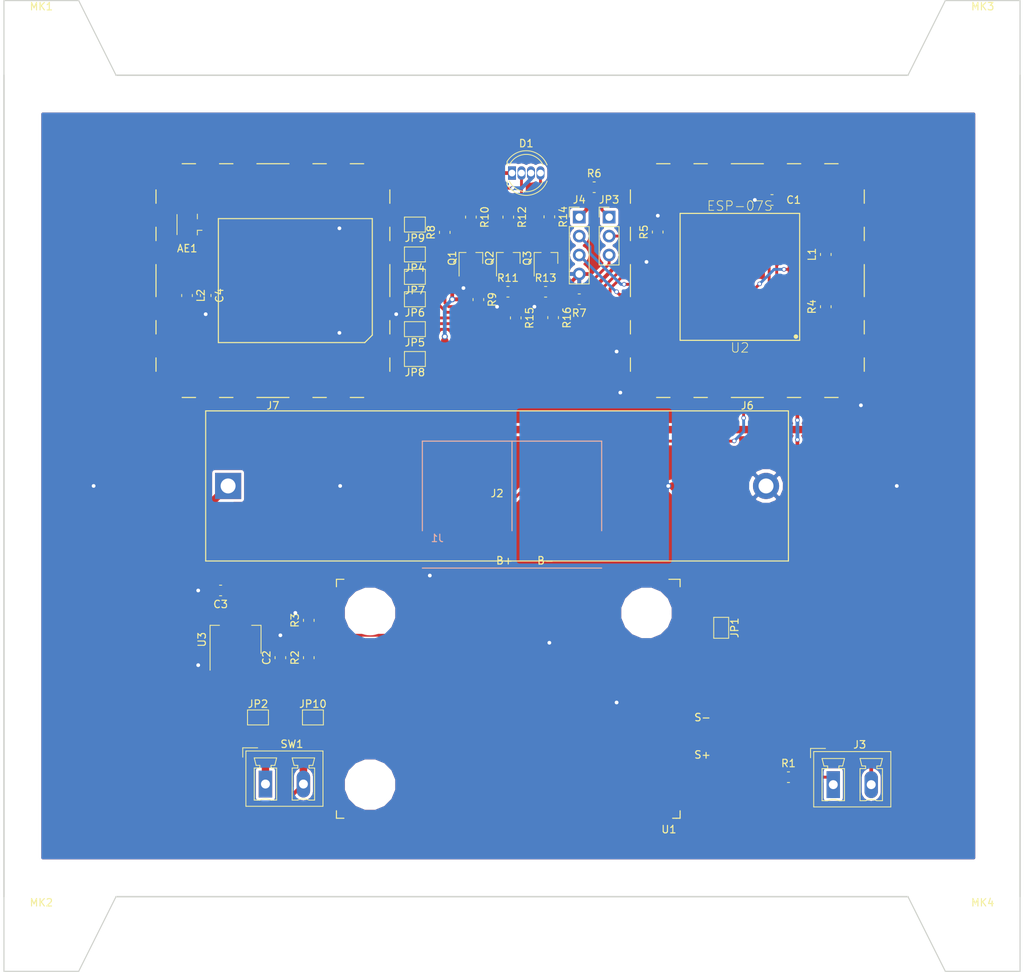
<source format=kicad_pcb>
(kicad_pcb (version 20171130) (host pcbnew "(5.0.0)")
  (layers (0 F.Cu signal) (31 B.Cu signal) (35 F.Paste user) (37 F.SilkS user) (39 F.Mask user) (44 Edge.Cuts user))
  (net 0 "")
  (net 1 "Net-(R2-Pad2)")
  (net 2 "Net-(R4-Pad2)")
  (net 3 GND)
  (net 4 +3V3)
  (net 5 "Net-(U4-Pad7)")
  (net 6 "Net-(JP9-Pad2)")
  (net 7 "Net-(U4-Pad11)")
  (net 8 "Net-(JP4-Pad2)")
  (net 9 "Net-(U4-Pad12)")
  (net 10 "Net-(JP7-Pad2)")
  (net 11 "Net-(JP6-Pad2)")
  (net 12 "Net-(JP8-Pad2)")
  (net 13 "Net-(JP5-Pad2)")
  (net 14 "Net-(U4-Pad15)")
  (net 15 "Net-(U4-Pad16)")
  (net 16 +BATT)
  (net 17 /RED)
  (net 18 "Net-(Q2-Pad3)")
  (net 19 "Net-(Q2-Pad2)")
  (net 20 /GREEN)
  (net 21 "Net-(Q1-Pad3)")
  (net 22 "Net-(Q3-Pad2)")
  (net 23 "Net-(Q1-Pad2)")
  (net 24 "Net-(Q3-Pad3)")
  (net 25 /BLUE)
  (net 26 "Net-(JP9-Pad1)")
  (net 27 "Net-(JP3-Pad1)")
  (net 28 "Net-(J3-Pad1)")
  (net 29 "Net-(R5-Pad1)")
  (net 30 "Net-(JP3-Pad3)")
  (net 31 "Net-(JP4-Pad1)")
  (net 32 /SPI_MOSI)
  (net 33 /SPI_CLK)
  (net 34 "Net-(JP8-Pad1)")
  (net 35 /SPI_MISO)
  (net 36 "Net-(J3-Pad2)")
  (net 37 "Net-(JP3-Pad2)")
  (net 38 "Net-(J4-Pad2)")
  (net 39 "Net-(J4-Pad3)")
  (net 40 "Net-(R16-Pad2)")
  (net 41 "Net-(R15-Pad2)")
  (net 42 "Net-(AE1-Pad1)")
  (net 43 "Net-(AE1-Pad2)")
  (net 44 /SOLAR_CONN)
  (net 45 /BATT_TP)
  (net 46 /SOLAR_TP)
  (net 47 /LIPO_CONN)
  (net 48 /LIPO_TP)
  (net 49 /3V3_RFM)
  (net 50 /3V3_ESP)
  (module disaster_radio:BatteryHolder_MPD_BH-18650-PC2 (layer F.Cu) (at 130 155)
    (fp_text reference J2 (at 36 1) (layer F.SilkS))
    (fp_text value "LiPo 18650")
    (pad 2 thru_hole circle (at 72 0) (size 3.5 3.5) (drill 2) (layers *.Cu *.Mask) (net 3 GND))
    (pad 1 thru_hole rect (at 0 0) (size 3.5 3.5) (drill 2) (layers *.Cu *.Mask) (net 47 /LIPO_CONN))
  )
  (module disaster_radio:CN3791_module (layer F.Cu) (at 190 168 180)
    (fp_text reference U1 (at 1 -33 180) (layer F.SilkS))
    (fp_text value CN3791_module)
    (fp_text user S+ (at -3.5 -23 180) (layer F.SilkS))
    (fp_text user S- (at -3.5 -18 180) (layer F.SilkS))
    (fp_text user B- (at 17.5 3 180) (layer F.SilkS))
    (fp_text user B+ (at 23 3 180) (layer F.SilkS))
    (pad "" np_thru_hole circle (at 4 -4 180) (size 6 6) (drill 6) (layers *.Cu *.Mask))
    (pad "" np_thru_hole circle (at 41 -4 180) (size 6 6) (drill 6) (layers *.Cu *.Mask))
    (pad "" np_thru_hole circle (at 41 -27 180) (size 6 6) (drill 6) (layers *.Cu *.Mask))
    (pad 1 smd rect (at 2 -25 270) (size 8 8) (layers F.Cu F.Paste F.Mask) (net 46 /SOLAR_TP))
    (pad 2 smd rect (at 2 -16 270) (size 8 8) (layers F.Cu F.Paste F.Mask) (net 3 GND))
    (pad 4 smd rect (at 17 -2) (size 4 8) (layers F.Cu F.Paste F.Mask) (net 3 GND))
    (pad 3 smd rect (at 23 -2 180) (size 4 8) (layers F.Cu F.Paste F.Mask) (net 45 /BATT_TP))
  )
  (module Jumper:SolderJumper-2_P1.3mm_Bridged_Pad1.0x1.5mm (layer F.Cu) (at 134 186)
    (fp_text reference JP2 (at 0 -1.8) (layer F.SilkS))
    (fp_text value LiPo_TP)
    (pad 1 smd rect (at 0 0) (size 0.5 0.6) (layers F.Cu F.Mask) (net 47 /LIPO_CONN))
    (pad 2 smd rect (at 0.65 0) (size 1 1.5) (layers F.Cu F.Mask) (net 48 /LIPO_TP))
    (pad 1 smd rect (at -0.65 0) (size 1 1.5) (layers F.Cu F.Mask) (net 47 /LIPO_CONN))
  )
  (module disaster_radio:solar_panel_conn (layer B.Cu) (at 168 155)
    (fp_text reference J1 (at -10 7) (layer B.SilkS) (effects (justify mirror)))
    (fp_text value "Solar Panel")
    (pad 1 smd rect (at -11 0) (size 20 20) (layers B.Cu B.Paste B.Mask) (net 3 GND))
    (pad 2 smd rect (at 11 0) (size 20 20) (layers B.Cu B.Paste B.Mask) (net 44 /SOLAR_CONN))
  )
  (module Connector_Coaxial:U.FL_Hirose_U.FL-R-SMT-1_Vertical (layer F.Cu) (at 125 120 180)
    (fp_text reference AE1 (at 0.475 -3.2 180) (layer F.SilkS))
    (fp_text value RFM95_Antenna)
    (pad 2 smd rect (at 0.475 1.475 180) (size 2.2 1.05) (layers F.Cu F.Paste F.Mask) (net 43 "Net-(AE1-Pad2)"))
    (pad 1 smd rect (at -1.05 0 180) (size 1.05 1) (layers F.Cu F.Paste F.Mask) (net 42 "Net-(AE1-Pad1)"))
    (pad 2 smd rect (at 0.475 -1.475 180) (size 2.2 1.05) (layers F.Cu F.Paste F.Mask) (net 43 "Net-(AE1-Pad2)"))
  )
  (module LED_THT:LED_D5.0mm-4 (layer F.Cu) (at 168 113.0985)
    (fp_text reference D1 (at 1.905 -3.96) (layer F.SilkS))
    (fp_text value LED_ARGB)
    (pad 1 thru_hole rect (at 0 0) (size 1.07 1.8) (drill 0.9) (layers *.Cu *.Mask) (net 16 +BATT))
    (pad 2 thru_hole oval (at 1.27 0) (size 1.07 1.8) (drill 0.9) (layers *.Cu *.Mask) (net 17 /RED))
    (pad 3 thru_hole oval (at 2.54 0) (size 1.07 1.8) (drill 0.9) (layers *.Cu *.Mask) (net 20 /GREEN))
    (pad 4 thru_hole oval (at 3.81 0) (size 1.07 1.8) (drill 0.9) (layers *.Cu *.Mask) (net 25 /BLUE))
  )
  (module MountingHole:MountingHole_3.2mm_M3 (layer F.Cu) (at 105 215)
    (fp_text reference MK2 (at 0 -4.2) (layer F.SilkS))
    (fp_text value Mounting_Hole)
    (pad 1 np_thru_hole circle (at 0 0) (size 3.2 3.2) (drill 3.2) (layers *.Cu *.Mask))
  )
  (module MountingHole:MountingHole_3.2mm_M3 (layer F.Cu) (at 231 95)
    (fp_text reference MK3 (at 0 -4.2) (layer F.SilkS))
    (fp_text value Mounting_Hole)
    (pad 1 np_thru_hole circle (at 0 0) (size 3.2 3.2) (drill 3.2) (layers *.Cu *.Mask))
  )
  (module MountingHole:MountingHole_3.2mm_M3 (layer F.Cu) (at 231 215)
    (fp_text reference MK4 (at 0 -4.2) (layer F.SilkS))
    (fp_text value Mounting_Hole)
    (pad 1 np_thru_hole circle (at 0 0) (size 3.2 3.2) (drill 3.2) (layers *.Cu *.Mask))
  )
  (module MountingHole:MountingHole_3.2mm_M3 (layer F.Cu) (at 105 95)
    (fp_text reference MK1 (at 0 -4.2) (layer F.SilkS))
    (fp_text value Mounting_Hole)
    (pad 1 np_thru_hole circle (at 0 0) (size 3.2 3.2) (drill 3.2) (layers *.Cu *.Mask))
  )
  (module Resistor_SMD:R_0805_2012Metric_Pad1.15x1.50mm_HandSolder (layer F.Cu) (at 168.5 132.5 270)
    (fp_text reference R15 (at 0 -1.85 270) (layer F.SilkS))
    (fp_text value 10K)
    (pad 2 smd rect (at 1.0425 0 270) (size 1.145 1.5) (layers F.Cu F.Paste F.Mask) (net 41 "Net-(R15-Pad2)"))
    (pad 1 smd rect (at -1.0425 0 270) (size 1.145 1.5) (layers F.Cu F.Paste F.Mask) (net 19 "Net-(Q2-Pad2)"))
  )
  (module Resistor_SMD:R_0805_2012Metric_Pad1.15x1.50mm_HandSolder (layer F.Cu) (at 173.5 132.4575 270)
    (fp_text reference R16 (at 0 -1.85 270) (layer F.SilkS))
    (fp_text value 10K)
    (pad 1 smd rect (at -1.0425 0 270) (size 1.145 1.5) (layers F.Cu F.Paste F.Mask) (net 22 "Net-(Q3-Pad2)"))
    (pad 2 smd rect (at 1.0425 0 270) (size 1.145 1.5) (layers F.Cu F.Paste F.Mask) (net 40 "Net-(R16-Pad2)"))
  )
  (module Jumper:SolderJumper-2_P1.3mm_Bridged_Pad1.0x1.5mm (layer F.Cu) (at 141.35 186)
    (fp_text reference JP10 (at 0 -1.8) (layer F.SilkS))
    (fp_text value MPPT_TP)
    (pad 1 smd rect (at 0 0) (size 0.5 0.6) (layers F.Cu F.Mask) (net 16 +BATT))
    (pad 2 smd rect (at 0.65 0) (size 1 1.5) (layers F.Cu F.Mask) (net 45 /BATT_TP))
    (pad 1 smd rect (at -0.65 0) (size 1 1.5) (layers F.Cu F.Mask) (net 16 +BATT))
  )
  (module Package_TO_SOT_SMD:SOT-23_Handsoldering (layer F.Cu) (at 162.5 124.5 90)
    (fp_text reference Q1 (at 0 -2.5 90) (layer F.SilkS))
    (fp_text value 2N3904)
    (pad 1 smd rect (at -1.5 -0.95 90) (size 1.9 0.8) (layers F.Cu F.Paste F.Mask) (net 3 GND))
    (pad 2 smd rect (at -1.5 0.95 90) (size 1.9 0.8) (layers F.Cu F.Paste F.Mask) (net 23 "Net-(Q1-Pad2)"))
    (pad 3 smd rect (at 1.5 0 90) (size 1.9 0.8) (layers F.Cu F.Paste F.Mask) (net 21 "Net-(Q1-Pad3)"))
  )
  (module Package_TO_SOT_SMD:SOT-23_Handsoldering (layer F.Cu) (at 167.5 124.5 90)
    (fp_text reference Q2 (at 0 -2.5 90) (layer F.SilkS))
    (fp_text value 2N3904)
    (pad 3 smd rect (at 1.5 0 90) (size 1.9 0.8) (layers F.Cu F.Paste F.Mask) (net 18 "Net-(Q2-Pad3)"))
    (pad 2 smd rect (at -1.5 0.95 90) (size 1.9 0.8) (layers F.Cu F.Paste F.Mask) (net 19 "Net-(Q2-Pad2)"))
    (pad 1 smd rect (at -1.5 -0.95 90) (size 1.9 0.8) (layers F.Cu F.Paste F.Mask) (net 3 GND))
  )
  (module Package_TO_SOT_SMD:SOT-23_Handsoldering (layer F.Cu) (at 172.55 124.5 90)
    (fp_text reference Q3 (at 0 -2.5 90) (layer F.SilkS))
    (fp_text value 2N3904)
    (pad 1 smd rect (at -1.5 -0.95 90) (size 1.9 0.8) (layers F.Cu F.Paste F.Mask) (net 3 GND))
    (pad 2 smd rect (at -1.5 0.95 90) (size 1.9 0.8) (layers F.Cu F.Paste F.Mask) (net 22 "Net-(Q3-Pad2)"))
    (pad 3 smd rect (at 1.5 0 90) (size 1.9 0.8) (layers F.Cu F.Paste F.Mask) (net 24 "Net-(Q3-Pad3)"))
  )
  (module Package_TO_SOT_SMD:SOT-223-3_TabPin2 (layer F.Cu) (at 131 175.576931 90)
    (fp_text reference U3 (at 0 -4.5 90) (layer F.SilkS))
    (fp_text value LM1117-3.3)
    (pad 2 smd rect (at 3.15 0 90) (size 2 3.8) (layers F.Cu F.Paste F.Mask) (net 4 +3V3))
    (pad 2 smd rect (at -3.15 0 90) (size 2 1.5) (layers F.Cu F.Paste F.Mask) (net 4 +3V3))
    (pad 3 smd rect (at -3.15 2.3 90) (size 2 1.5) (layers F.Cu F.Paste F.Mask) (net 16 +BATT))
    (pad 1 smd rect (at -3.15 -2.3 90) (size 2 1.5) (layers F.Cu F.Paste F.Mask) (net 3 GND))
  )
  (module RF_Shielding:Wuerth_36103305_30x30mm (layer F.Cu) (at 199.5 127.5 180)
    (fp_text reference J6 (at 0 -16.75 180) (layer F.SilkS))
    (fp_text value RF_Shield_ESP-07S)
    (pad 1 smd rect (at -15.25 -15.25 180) (size 1 1) (layers F.Cu F.Mask) (net 3 GND))
    (pad 1 smd rect (at 15.25 -15.25 180) (size 1 1) (layers F.Cu F.Mask) (net 3 GND))
    (pad 1 smd rect (at 15.25 15.25 180) (size 1 1) (layers F.Cu F.Mask) (net 3 GND))
    (pad 1 smd rect (at -15.25 15.25 180) (size 1 1) (layers F.Cu F.Mask) (net 3 GND))
    (pad 1 smd rect (at -13.6 -15.25 180) (size 2.3 1) (layers F.Cu F.Mask) (net 3 GND))
    (pad 1 smd rect (at -13.6 15.25 180) (size 2.3 1) (layers F.Cu F.Mask) (net 3 GND))
    (pad 1 smd rect (at -8.75 -15.25 180) (size 2.6 1) (layers F.Cu F.Mask) (net 3 GND))
    (pad 1 smd rect (at -8.75 15.25 180) (size 2.6 1) (layers F.Cu F.Mask) (net 3 GND))
    (pad 1 smd rect (at -3.75 -15.25 180) (size 2.6 1) (layers F.Cu F.Mask) (net 3 GND))
    (pad 1 smd rect (at -3.75 15.25 180) (size 2.6 1) (layers F.Cu F.Mask) (net 3 GND))
    (pad 1 smd rect (at 3.75 -15.25 180) (size 2.6 1) (layers F.Cu F.Mask) (net 3 GND))
    (pad 1 smd rect (at 3.75 15.25 180) (size 2.6 1) (layers F.Cu F.Mask) (net 3 GND))
    (pad 1 smd rect (at 8.75 -15.25 180) (size 2.6 1) (layers F.Cu F.Mask) (net 3 GND))
    (pad 1 smd rect (at 8.75 15.25 180) (size 2.6 1) (layers F.Cu F.Mask) (net 3 GND))
    (pad 1 smd rect (at 13.6 -15.25 180) (size 2.3 1) (layers F.Cu F.Mask) (net 3 GND))
    (pad 1 smd rect (at 13.6 15.25 180) (size 2.3 1) (layers F.Cu F.Mask) (net 3 GND))
    (pad 1 smd rect (at -15.25 -13.6 180) (size 1 2.3) (layers F.Cu F.Mask) (net 3 GND))
    (pad 1 smd rect (at 15.25 -13.6 180) (size 1 2.3) (layers F.Cu F.Mask) (net 3 GND))
    (pad 1 smd rect (at -15.25 -8.75 180) (size 1 2.6) (layers F.Cu F.Mask) (net 3 GND))
    (pad 1 smd rect (at 15.25 -8.75 180) (size 1 2.6) (layers F.Cu F.Mask) (net 3 GND))
    (pad 1 smd rect (at -15.25 -3.75 180) (size 1 2.6) (layers F.Cu F.Mask) (net 3 GND))
    (pad 1 smd rect (at 15.25 -3.75 180) (size 1 2.6) (layers F.Cu F.Mask) (net 3 GND))
    (pad 1 smd rect (at -15.25 3.75 180) (size 1 2.6) (layers F.Cu F.Mask) (net 3 GND))
    (pad 1 smd rect (at 15.25 3.75 180) (size 1 2.6) (layers F.Cu F.Mask) (net 3 GND))
    (pad 1 smd rect (at -15.25 8.75 180) (size 1 2.6) (layers F.Cu F.Mask) (net 3 GND))
    (pad 1 smd rect (at 15.25 8.75 180) (size 1 2.6) (layers F.Cu F.Mask) (net 3 GND))
    (pad 1 smd rect (at -15.25 13.6 180) (size 1 2.3) (layers F.Cu F.Mask) (net 3 GND))
    (pad 1 smd rect (at 15.25 13.6 180) (size 1 2.3) (layers F.Cu F.Mask) (net 3 GND))
  )
  (module ESP8266:ESP-07S (layer F.Cu) (at 198.5 127 180)
    (fp_text reference U2 (at 0 -9.5 180) (layer F.SilkS) (effects (font (size 1.27 1.27) (thickness 0.1016))))
    (fp_text value ESP-07S (at 0 9.5 180) (layer F.SilkS) (effects (font (size 1.27 1.27) (thickness 0.1016))))
    (pad 16 smd rect (at 7.7 -7 180) (size 2.6 1.1) (layers F.Cu F.Paste F.Mask) (net 39 "Net-(J4-Pad3)"))
    (pad 15 smd rect (at 7.7 -5 180) (size 2.6 1.1) (layers F.Cu F.Paste F.Mask) (net 38 "Net-(J4-Pad2)"))
    (pad 14 smd rect (at 7.7 -3 180) (size 2.6 1.1) (layers F.Cu F.Paste F.Mask) (net 41 "Net-(R15-Pad2)"))
    (pad 13 smd rect (at 7.7 -1 180) (size 2.6 1.1) (layers F.Cu F.Paste F.Mask) (net 40 "Net-(R16-Pad2)"))
    (pad 12 smd rect (at 7.7 1 180) (size 2.6 1.1) (layers F.Cu F.Paste F.Mask) (net 37 "Net-(JP3-Pad2)"))
    (pad 11 smd rect (at 7.7 3 180) (size 2.6 1.1) (layers F.Cu F.Paste F.Mask) (net 31 "Net-(JP4-Pad1)"))
    (pad 10 smd rect (at 7.7 5 180) (size 2.6 1.1) (layers F.Cu F.Paste F.Mask) (net 29 "Net-(R5-Pad1)"))
    (pad 9 smd rect (at 7.7 7 180) (size 2.6 1.1) (layers F.Cu F.Paste F.Mask) (net 3 GND))
    (pad 8 smd rect (at -7.7 7 180) (size 2.6 1.1) (layers F.Cu F.Paste F.Mask) (net 50 /3V3_ESP))
    (pad 7 smd rect (at -7.7 5 180) (size 2.6 1.1) (layers F.Cu F.Paste F.Mask) (net 32 /SPI_MOSI))
    (pad 6 smd rect (at -7.7 3 180) (size 2.6 1.1) (layers F.Cu F.Paste F.Mask) (net 35 /SPI_MISO))
    (pad 5 smd rect (at -7.7 1 180) (size 2.6 1.1) (layers F.Cu F.Paste F.Mask) (net 33 /SPI_CLK))
    (pad 4 smd rect (at -7.7 -1 180) (size 2.6 1.1) (layers F.Cu F.Paste F.Mask) (net 34 "Net-(JP8-Pad1)"))
    (pad 3 smd rect (at -7.7 -3 180) (size 2.6 1.1) (layers F.Cu F.Paste F.Mask) (net 2 "Net-(R4-Pad2)"))
    (pad 2 smd rect (at -7.7 -5 180) (size 2.6 1.1) (layers F.Cu F.Paste F.Mask) (net 1 "Net-(R2-Pad2)"))
    (pad 1 smd rect (at -7.7 -7 180) (size 2.6 1.1) (layers F.Cu F.Paste F.Mask) (net 36 "Net-(J3-Pad2)"))
  )
  (module Capacitor_SMD:C_0805_2012Metric_Pad1.15x1.50mm_HandSolder (layer F.Cu) (at 202.8 116.7 180)
    (fp_text reference C1 (at -2.9 0 180) (layer F.SilkS))
    (fp_text value 0.1uF)
    (pad 2 smd rect (at 1.0425 0 180) (size 1.145 1.5) (layers F.Cu F.Paste F.Mask) (net 3 GND))
    (pad 1 smd rect (at -1.0425 0 180) (size 1.145 1.5) (layers F.Cu F.Paste F.Mask) (net 50 /3V3_ESP))
  )
  (module Capacitor_SMD:C_0805_2012Metric_Pad1.15x1.50mm_HandSolder (layer F.Cu) (at 137 178 90)
    (fp_text reference C2 (at 0 -1.85 90) (layer F.SilkS))
    (fp_text value 10uF)
    (pad 1 smd rect (at -1.0425 0 90) (size 1.145 1.5) (layers F.Cu F.Paste F.Mask) (net 16 +BATT))
    (pad 2 smd rect (at 1.0425 0 90) (size 1.145 1.5) (layers F.Cu F.Paste F.Mask) (net 3 GND))
  )
  (module Capacitor_SMD:C_0805_2012Metric_Pad1.15x1.50mm_HandSolder (layer F.Cu) (at 129 169 180)
    (fp_text reference C3 (at 0 -1.85 180) (layer F.SilkS))
    (fp_text value 10uF)
    (pad 2 smd rect (at 1.0425 0 180) (size 1.145 1.5) (layers F.Cu F.Paste F.Mask) (net 3 GND))
    (pad 1 smd rect (at -1.0425 0 180) (size 1.145 1.5) (layers F.Cu F.Paste F.Mask) (net 4 +3V3))
  )
  (module Capacitor_SMD:C_0805_2012Metric_Pad1.15x1.50mm_HandSolder (layer F.Cu) (at 127 129.5 270)
    (fp_text reference C4 (at 0 -1.85 270) (layer F.SilkS))
    (fp_text value 0.1uF)
    (pad 1 smd rect (at -1.0425 0 270) (size 1.145 1.5) (layers F.Cu F.Paste F.Mask) (net 49 /3V3_RFM))
    (pad 2 smd rect (at 1.0425 0 270) (size 1.145 1.5) (layers F.Cu F.Paste F.Mask) (net 3 GND))
  )
  (module Connector_Phoenix_MC:PhoenixContact_MCV_1,5_2-G-5.08_1x02_P5.08mm_Vertical (layer F.Cu) (at 135 194.92)
    (fp_text reference SW1 (at 3.54 -5.35) (layer F.SilkS))
    (fp_text value SW_SPST)
    (pad 1 thru_hole rect (at 0 0) (size 1.8 3.6) (drill 1.2) (layers *.Cu *.Mask) (net 48 /LIPO_TP))
    (pad 2 thru_hole oval (at 5.08 0) (size 1.8 3.6) (drill 1.2) (layers *.Cu *.Mask) (net 16 +BATT))
  )
  (module Connector_Phoenix_MC:PhoenixContact_MCV_1,5_2-G-5.08_1x02_P5.08mm_Vertical (layer F.Cu) (at 211 195)
    (fp_text reference J3 (at 3.54 -5.35) (layer F.SilkS))
    (fp_text value RESET_BUTTON)
    (pad 1 thru_hole rect (at 0 0) (size 1.8 3.6) (drill 1.2) (layers *.Cu *.Mask) (net 28 "Net-(J3-Pad1)"))
    (pad 2 thru_hole oval (at 5.08 0) (size 1.8 3.6) (drill 1.2) (layers *.Cu *.Mask) (net 36 "Net-(J3-Pad2)"))
  )
  (module Connector_PinHeader_2.54mm:PinHeader_1x03_P2.54mm_Vertical (layer F.Cu) (at 181 119)
    (fp_text reference JP3 (at 0 -2.33) (layer F.SilkS))
    (fp_text value PRGM_SELECT)
    (pad 3 thru_hole oval (at 0 5.08) (size 1.7 1.7) (drill 1) (layers *.Cu *.Mask) (net 30 "Net-(JP3-Pad3)"))
    (pad 2 thru_hole oval (at 0 2.54) (size 1.7 1.7) (drill 1) (layers *.Cu *.Mask) (net 37 "Net-(JP3-Pad2)"))
    (pad 1 thru_hole rect (at 0 0) (size 1.7 1.7) (drill 1) (layers *.Cu *.Mask) (net 27 "Net-(JP3-Pad1)"))
  )
  (module Connector_PinHeader_2.54mm:PinHeader_1x04_P2.54mm_Vertical (layer F.Cu) (at 177 119)
    (fp_text reference J4 (at 0 -2.33) (layer F.SilkS))
    (fp_text value ESP_PRGM)
    (pad 4 thru_hole oval (at 0 7.62) (size 1.7 1.7) (drill 1) (layers *.Cu *.Mask) (net 3 GND))
    (pad 3 thru_hole oval (at 0 5.08) (size 1.7 1.7) (drill 1) (layers *.Cu *.Mask) (net 39 "Net-(J4-Pad3)"))
    (pad 2 thru_hole oval (at 0 2.54) (size 1.7 1.7) (drill 1) (layers *.Cu *.Mask) (net 38 "Net-(J4-Pad2)"))
    (pad 1 thru_hole rect (at 0 0) (size 1.7 1.7) (drill 1) (layers *.Cu *.Mask) (net 4 +3V3))
  )
  (module Inductor_SMD:L_0805_2012Metric_Pad1.15x1.50mm_HandSolder (layer F.Cu) (at 210 124 90)
    (fp_text reference L1 (at 0 -1.85 90) (layer F.SilkS))
    (fp_text value JUMPER)
    (pad 2 smd rect (at 1.0425 0 90) (size 1.145 1.5) (layers F.Cu F.Paste F.Mask) (net 50 /3V3_ESP))
    (pad 1 smd rect (at -1.0425 0 90) (size 1.145 1.5) (layers F.Cu F.Paste F.Mask) (net 4 +3V3))
  )
  (module Inductor_SMD:L_0805_2012Metric_Pad1.15x1.50mm_HandSolder (layer F.Cu) (at 124.5 129.5 270)
    (fp_text reference L2 (at 0 -1.85 270) (layer F.SilkS))
    (fp_text value JUMPER)
    (pad 1 smd rect (at -1.0425 0 270) (size 1.145 1.5) (layers F.Cu F.Paste F.Mask) (net 49 /3V3_RFM))
    (pad 2 smd rect (at 1.0425 0 270) (size 1.145 1.5) (layers F.Cu F.Paste F.Mask) (net 4 +3V3))
  )
  (module Jumper:SolderJumper-2_P1.3mm_Bridged_Pad1.0x1.5mm (layer F.Cu) (at 155 134 180)
    (fp_text reference JP5 (at 0 -1.8 180) (layer F.SilkS))
    (fp_text value MISO)
    (pad 1 smd rect (at -0.65 0 180) (size 1 1.5) (layers F.Cu F.Mask) (net 35 /SPI_MISO))
    (pad 2 smd rect (at 0.65 0 180) (size 1 1.5) (layers F.Cu F.Mask) (net 13 "Net-(JP5-Pad2)"))
    (pad 1 smd rect (at 0 0 180) (size 0.5 0.6) (layers F.Cu F.Mask) (net 35 /SPI_MISO))
  )
  (module Jumper:SolderJumper-2_P1.3mm_Bridged_Pad1.0x1.5mm (layer F.Cu) (at 155 138 180)
    (fp_text reference JP8 (at 0 -1.8 180) (layer F.SilkS))
    (fp_text value D1)
    (pad 1 smd rect (at 0 0 180) (size 0.5 0.6) (layers F.Cu F.Mask) (net 34 "Net-(JP8-Pad1)"))
    (pad 2 smd rect (at 0.65 0 180) (size 1 1.5) (layers F.Cu F.Mask) (net 12 "Net-(JP8-Pad2)"))
    (pad 1 smd rect (at -0.65 0 180) (size 1 1.5) (layers F.Cu F.Mask) (net 34 "Net-(JP8-Pad1)"))
  )
  (module Jumper:SolderJumper-2_P1.3mm_Bridged_Pad1.0x1.5mm (layer F.Cu) (at 155 127 180)
    (fp_text reference JP7 (at 0 -1.8 180) (layer F.SilkS))
    (fp_text value CLK)
    (pad 1 smd rect (at -0.65 0 180) (size 1 1.5) (layers F.Cu F.Mask) (net 33 /SPI_CLK))
    (pad 2 smd rect (at 0.65 0 180) (size 1 1.5) (layers F.Cu F.Mask) (net 10 "Net-(JP7-Pad2)"))
    (pad 1 smd rect (at 0 0 180) (size 0.5 0.6) (layers F.Cu F.Mask) (net 33 /SPI_CLK))
  )
  (module Jumper:SolderJumper-2_P1.3mm_Bridged_Pad1.0x1.5mm (layer F.Cu) (at 155 130 180)
    (fp_text reference JP6 (at 0 -1.8 180) (layer F.SilkS))
    (fp_text value MOSI)
    (pad 1 smd rect (at 0 0 180) (size 0.5 0.6) (layers F.Cu F.Mask) (net 32 /SPI_MOSI))
    (pad 2 smd rect (at 0.65 0 180) (size 1 1.5) (layers F.Cu F.Mask) (net 11 "Net-(JP6-Pad2)"))
    (pad 1 smd rect (at -0.65 0 180) (size 1 1.5) (layers F.Cu F.Mask) (net 32 /SPI_MOSI))
  )
  (module Jumper:SolderJumper-2_P1.3mm_Bridged_Pad1.0x1.5mm (layer F.Cu) (at 155 124 180)
    (fp_text reference JP4 (at 0 -1.8 180) (layer F.SilkS))
    (fp_text value CS)
    (pad 1 smd rect (at -0.65 0 180) (size 1 1.5) (layers F.Cu F.Mask) (net 31 "Net-(JP4-Pad1)"))
    (pad 2 smd rect (at 0.65 0 180) (size 1 1.5) (layers F.Cu F.Mask) (net 8 "Net-(JP4-Pad2)"))
    (pad 1 smd rect (at 0 0 180) (size 0.5 0.6) (layers F.Cu F.Mask) (net 31 "Net-(JP4-Pad1)"))
  )
  (module Jumper:SolderJumper-2_P1.3mm_Bridged_Pad1.0x1.5mm (layer F.Cu) (at 196 174 270)
    (fp_text reference JP1 (at 0 -1.8 270) (layer F.SilkS))
    (fp_text value SOLAR_TP)
    (pad 1 smd rect (at -0.65 0 270) (size 1 1.5) (layers F.Cu F.Mask) (net 44 /SOLAR_CONN))
    (pad 2 smd rect (at 0.65 0 270) (size 1 1.5) (layers F.Cu F.Mask) (net 46 /SOLAR_TP))
    (pad 1 smd rect (at 0 0 270) (size 0.5 0.6) (layers F.Cu F.Mask) (net 44 /SOLAR_CONN))
  )
  (module Jumper:SolderJumper-2_P1.3mm_Bridged_Pad1.0x1.5mm (layer F.Cu) (at 155 120 180)
    (fp_text reference JP9 (at 0 -1.8 180) (layer F.SilkS))
    (fp_text value RST)
    (pad 1 smd rect (at 0 0 180) (size 0.5 0.6) (layers F.Cu F.Mask) (net 26 "Net-(JP9-Pad1)"))
    (pad 2 smd rect (at 0.65 0 180) (size 1 1.5) (layers F.Cu F.Mask) (net 6 "Net-(JP9-Pad2)"))
    (pad 1 smd rect (at -0.65 0 180) (size 1 1.5) (layers F.Cu F.Mask) (net 26 "Net-(JP9-Pad1)"))
  )
  (module RF_Shielding:Wuerth_36103305_30x30mm (layer F.Cu) (at 136 127.5 180)
    (fp_text reference J7 (at 0 -16.75 180) (layer F.SilkS))
    (fp_text value RF_Shield_RFM95)
    (pad 1 smd rect (at -15.25 -15.25 180) (size 1 1) (layers F.Cu F.Mask) (net 3 GND))
    (pad 1 smd rect (at 15.25 -15.25 180) (size 1 1) (layers F.Cu F.Mask) (net 3 GND))
    (pad 1 smd rect (at 15.25 15.25 180) (size 1 1) (layers F.Cu F.Mask) (net 3 GND))
    (pad 1 smd rect (at -15.25 15.25 180) (size 1 1) (layers F.Cu F.Mask) (net 3 GND))
    (pad 1 smd rect (at -13.6 -15.25 180) (size 2.3 1) (layers F.Cu F.Mask) (net 3 GND))
    (pad 1 smd rect (at -13.6 15.25 180) (size 2.3 1) (layers F.Cu F.Mask) (net 3 GND))
    (pad 1 smd rect (at -8.75 -15.25 180) (size 2.6 1) (layers F.Cu F.Mask) (net 3 GND))
    (pad 1 smd rect (at -8.75 15.25 180) (size 2.6 1) (layers F.Cu F.Mask) (net 3 GND))
    (pad 1 smd rect (at -3.75 -15.25 180) (size 2.6 1) (layers F.Cu F.Mask) (net 3 GND))
    (pad 1 smd rect (at -3.75 15.25 180) (size 2.6 1) (layers F.Cu F.Mask) (net 3 GND))
    (pad 1 smd rect (at 3.75 -15.25 180) (size 2.6 1) (layers F.Cu F.Mask) (net 3 GND))
    (pad 1 smd rect (at 3.75 15.25 180) (size 2.6 1) (layers F.Cu F.Mask) (net 3 GND))
    (pad 1 smd rect (at 8.75 -15.25 180) (size 2.6 1) (layers F.Cu F.Mask) (net 3 GND))
    (pad 1 smd rect (at 8.75 15.25 180) (size 2.6 1) (layers F.Cu F.Mask) (net 3 GND))
    (pad 1 smd rect (at 13.6 -15.25 180) (size 2.3 1) (layers F.Cu F.Mask) (net 3 GND))
    (pad 1 smd rect (at 13.6 15.25 180) (size 2.3 1) (layers F.Cu F.Mask) (net 3 GND))
    (pad 1 smd rect (at -15.25 -13.6 180) (size 1 2.3) (layers F.Cu F.Mask) (net 3 GND))
    (pad 1 smd rect (at 15.25 -13.6 180) (size 1 2.3) (layers F.Cu F.Mask) (net 3 GND))
    (pad 1 smd rect (at -15.25 -8.75 180) (size 1 2.6) (layers F.Cu F.Mask) (net 3 GND))
    (pad 1 smd rect (at 15.25 -8.75 180) (size 1 2.6) (layers F.Cu F.Mask) (net 3 GND))
    (pad 1 smd rect (at -15.25 -3.75 180) (size 1 2.6) (layers F.Cu F.Mask) (net 3 GND))
    (pad 1 smd rect (at 15.25 -3.75 180) (size 1 2.6) (layers F.Cu F.Mask) (net 3 GND))
    (pad 1 smd rect (at -15.25 3.75 180) (size 1 2.6) (layers F.Cu F.Mask) (net 3 GND))
    (pad 1 smd rect (at 15.25 3.75 180) (size 1 2.6) (layers F.Cu F.Mask) (net 3 GND))
    (pad 1 smd rect (at -15.25 8.75 180) (size 1 2.6) (layers F.Cu F.Mask) (net 3 GND))
    (pad 1 smd rect (at 15.25 8.75 180) (size 1 2.6) (layers F.Cu F.Mask) (net 3 GND))
    (pad 1 smd rect (at -15.25 13.6 180) (size 1 2.3) (layers F.Cu F.Mask) (net 3 GND))
    (pad 1 smd rect (at 15.25 13.6 180) (size 1 2.3) (layers F.Cu F.Mask) (net 3 GND))
  )
  (module Resistor_SMD:R_0805_2012Metric_Pad1.15x1.50mm_HandSolder (layer F.Cu) (at 177 130 180)
    (fp_text reference R7 (at 0 -1.85 180) (layer F.SilkS))
    (fp_text value 10K)
    (pad 1 smd rect (at -1.0425 0 180) (size 1.145 1.5) (layers F.Cu F.Paste F.Mask) (net 30 "Net-(JP3-Pad3)"))
    (pad 2 smd rect (at 1.0425 0 180) (size 1.145 1.5) (layers F.Cu F.Paste F.Mask) (net 3 GND))
  )
  (module Resistor_SMD:R_0805_2012Metric_Pad1.15x1.50mm_HandSolder (layer F.Cu) (at 210 131 90)
    (fp_text reference R4 (at 0 -1.85 90) (layer F.SilkS))
    (fp_text value 10K)
    (pad 1 smd rect (at -1.0425 0 90) (size 1.145 1.5) (layers F.Cu F.Paste F.Mask) (net 4 +3V3))
    (pad 2 smd rect (at 1.0425 0 90) (size 1.145 1.5) (layers F.Cu F.Paste F.Mask) (net 2 "Net-(R4-Pad2)"))
  )
  (module Resistor_SMD:R_0805_2012Metric_Pad1.15x1.50mm_HandSolder (layer F.Cu) (at 140.8012 173 90)
    (fp_text reference R3 (at 0 -1.85 90) (layer F.SilkS))
    (fp_text value 10K)
    (pad 2 smd rect (at 1.0425 0 90) (size 1.145 1.5) (layers F.Cu F.Paste F.Mask) (net 3 GND))
    (pad 1 smd rect (at -1.0425 0 90) (size 1.145 1.5) (layers F.Cu F.Paste F.Mask) (net 1 "Net-(R2-Pad2)"))
  )
  (module Resistor_SMD:R_0805_2012Metric_Pad1.15x1.50mm_HandSolder (layer F.Cu) (at 187.5 121 90)
    (fp_text reference R5 (at 0 -1.85 90) (layer F.SilkS))
    (fp_text value 10K)
    (pad 1 smd rect (at -1.0425 0 90) (size 1.145 1.5) (layers F.Cu F.Paste F.Mask) (net 29 "Net-(R5-Pad1)"))
    (pad 2 smd rect (at 1.0425 0 90) (size 1.145 1.5) (layers F.Cu F.Paste F.Mask) (net 3 GND))
  )
  (module Resistor_SMD:R_0805_2012Metric_Pad1.15x1.50mm_HandSolder (layer F.Cu) (at 140.8012 178 90)
    (fp_text reference R2 (at 0 -1.85 90) (layer F.SilkS))
    (fp_text value 47K)
    (pad 2 smd rect (at 1.0425 0 90) (size 1.145 1.5) (layers F.Cu F.Paste F.Mask) (net 1 "Net-(R2-Pad2)"))
    (pad 1 smd rect (at -1.0425 0 90) (size 1.145 1.5) (layers F.Cu F.Paste F.Mask) (net 16 +BATT))
  )
  (module Resistor_SMD:R_0805_2012Metric_Pad1.15x1.50mm_HandSolder (layer F.Cu) (at 205 194)
    (fp_text reference R1 (at 0 -1.85) (layer F.SilkS))
    (fp_text value 10K)
    (pad 1 smd rect (at -1.0425 0) (size 1.145 1.5) (layers F.Cu F.Paste F.Mask) (net 4 +3V3))
    (pad 2 smd rect (at 1.0425 0) (size 1.145 1.5) (layers F.Cu F.Paste F.Mask) (net 28 "Net-(J3-Pad1)"))
  )
  (module Resistor_SMD:R_0805_2012Metric_Pad1.15x1.50mm_HandSolder (layer F.Cu) (at 179 115)
    (fp_text reference R6 (at 0 -1.85) (layer F.SilkS))
    (fp_text value 10K)
    (pad 1 smd rect (at -1.0425 0) (size 1.145 1.5) (layers F.Cu F.Paste F.Mask) (net 4 +3V3))
    (pad 2 smd rect (at 1.0425 0) (size 1.145 1.5) (layers F.Cu F.Paste F.Mask) (net 27 "Net-(JP3-Pad1)"))
  )
  (module Resistor_SMD:R_0805_2012Metric_Pad1.15x1.50mm_HandSolder (layer F.Cu) (at 159 121.0425 90)
    (fp_text reference R8 (at 0 -1.85 90) (layer F.SilkS))
    (fp_text value 10K)
    (pad 1 smd rect (at -1.0425 0 90) (size 1.145 1.5) (layers F.Cu F.Paste F.Mask) (net 4 +3V3))
    (pad 2 smd rect (at 1.0425 0 90) (size 1.145 1.5) (layers F.Cu F.Paste F.Mask) (net 26 "Net-(JP9-Pad1)"))
  )
  (module Resistor_SMD:R_0805_2012Metric_Pad1.15x1.50mm_HandSolder (layer F.Cu) (at 173 118.9575 270)
    (fp_text reference R14 (at 0 -1.85 270) (layer F.SilkS))
    (fp_text value 330)
    (pad 2 smd rect (at 1.0425 0 270) (size 1.145 1.5) (layers F.Cu F.Paste F.Mask) (net 24 "Net-(Q3-Pad3)"))
    (pad 1 smd rect (at -1.0425 0 270) (size 1.145 1.5) (layers F.Cu F.Paste F.Mask) (net 25 /BLUE))
  )
  (module Resistor_SMD:R_0805_2012Metric_Pad1.15x1.50mm_HandSolder (layer F.Cu) (at 163.5 130.0425 270)
    (fp_text reference R9 (at 0 -1.85 270) (layer F.SilkS))
    (fp_text value 10K)
    (pad 1 smd rect (at -1.0425 0 270) (size 1.145 1.5) (layers F.Cu F.Paste F.Mask) (net 23 "Net-(Q1-Pad2)"))
    (pad 2 smd rect (at 1.0425 0 270) (size 1.145 1.5) (layers F.Cu F.Paste F.Mask) (net 4 +3V3))
  )
  (module Resistor_SMD:R_0805_2012Metric_Pad1.15x1.50mm_HandSolder (layer F.Cu) (at 172.5 129)
    (fp_text reference R13 (at 0 -1.85) (layer F.SilkS))
    (fp_text value 10K)
    (pad 2 smd rect (at 1.0425 0) (size 1.145 1.5) (layers F.Cu F.Paste F.Mask) (net 22 "Net-(Q3-Pad2)"))
    (pad 1 smd rect (at -1.0425 0) (size 1.145 1.5) (layers F.Cu F.Paste F.Mask) (net 3 GND))
  )
  (module Resistor_SMD:R_0805_2012Metric_Pad1.15x1.50mm_HandSolder (layer F.Cu) (at 162.5 119 270)
    (fp_text reference R10 (at 0 -1.85 270) (layer F.SilkS))
    (fp_text value 1K)
    (pad 1 smd rect (at -1.0425 0 270) (size 1.145 1.5) (layers F.Cu F.Paste F.Mask) (net 20 /GREEN))
    (pad 2 smd rect (at 1.0425 0 270) (size 1.145 1.5) (layers F.Cu F.Paste F.Mask) (net 21 "Net-(Q1-Pad3)"))
  )
  (module Resistor_SMD:R_0805_2012Metric_Pad1.15x1.50mm_HandSolder (layer F.Cu) (at 167.4575 129)
    (fp_text reference R11 (at 0 -1.85) (layer F.SilkS))
    (fp_text value 10K)
    (pad 2 smd rect (at 1.0425 0) (size 1.145 1.5) (layers F.Cu F.Paste F.Mask) (net 19 "Net-(Q2-Pad2)"))
    (pad 1 smd rect (at -1.0425 0) (size 1.145 1.5) (layers F.Cu F.Paste F.Mask) (net 3 GND))
  )
  (module Resistor_SMD:R_0805_2012Metric_Pad1.15x1.50mm_HandSolder (layer F.Cu) (at 167.5 119 270)
    (fp_text reference R12 (at 0 -1.85 270) (layer F.SilkS))
    (fp_text value 470)
    (pad 1 smd rect (at -1.0425 0 270) (size 1.145 1.5) (layers F.Cu F.Paste F.Mask) (net 17 /RED))
    (pad 2 smd rect (at 1.0425 0 270) (size 1.145 1.5) (layers F.Cu F.Paste F.Mask) (net 18 "Net-(Q2-Pad3)"))
  )
  (module disaster_radio:RFM95 (layer F.Cu) (at 139 127.5 90)
    (fp_text reference U4 hide)
    (fp_text value RFM95)
    (pad 8 smd rect (at 7 8.3 90) (size 1.6 3) (layers F.Cu F.Paste F.Mask) (net 3 GND))
    (pad 9 smd rect (at 7 -8.3 90) (size 1.6 3) (layers F.Cu F.Paste F.Mask) (net 42 "Net-(AE1-Pad1)"))
    (pad 7 smd rect (at 5 8.3 90) (size 1.6 3) (layers F.Cu F.Paste F.Mask) (net 5 "Net-(U4-Pad7)"))
    (pad 10 smd rect (at 5 -8.3 90) (size 1.6 3) (layers F.Cu F.Paste F.Mask) (net 43 "Net-(AE1-Pad2)"))
    (pad 6 smd rect (at 3 8.3 90) (size 1.6 3) (layers F.Cu F.Paste F.Mask) (net 6 "Net-(JP9-Pad2)"))
    (pad 11 smd rect (at 3 -8.3 90) (size 1.6 3) (layers F.Cu F.Paste F.Mask) (net 7 "Net-(U4-Pad11)"))
    (pad 5 smd rect (at 1 8.3 90) (size 1.6 3) (layers F.Cu F.Paste F.Mask) (net 8 "Net-(JP4-Pad2)"))
    (pad 12 smd rect (at 1 -8.3 90) (size 1.6 3) (layers F.Cu F.Paste F.Mask) (net 9 "Net-(U4-Pad12)"))
    (pad 4 smd rect (at -1 8.3 90) (size 1.6 3) (layers F.Cu F.Paste F.Mask) (net 10 "Net-(JP7-Pad2)"))
    (pad 13 smd rect (at -1 -8.3 90) (size 1.6 3) (layers F.Cu F.Paste F.Mask) (net 49 /3V3_RFM))
    (pad 3 smd rect (at -3 8.3 90) (size 1.6 3) (layers F.Cu F.Paste F.Mask) (net 11 "Net-(JP6-Pad2)"))
    (pad 14 smd rect (at -3 -8.3 90) (size 1.6 3) (layers F.Cu F.Paste F.Mask) (net 12 "Net-(JP8-Pad2)"))
    (pad 2 smd rect (at -5 8.3 90) (size 1.6 3) (layers F.Cu F.Paste F.Mask) (net 13 "Net-(JP5-Pad2)"))
    (pad 15 smd rect (at -5 -8.3 90) (size 1.6 3) (layers F.Cu F.Paste F.Mask) (net 14 "Net-(U4-Pad15)"))
    (pad 1 smd rect (at -7 8.3 90) (size 1.6 3) (layers F.Cu F.Paste F.Mask) (net 3 GND))
    (pad 16 smd rect (at -7 -8.3 90) (size 1.6 3) (layers F.Cu F.Paste F.Mask) (net 15 "Net-(U4-Pad16)"))
  )
  (gr_line (start 226 220) (end 221 210) (layer Edge.Cuts) (width 0.15))
  (gr_line (start 236 220) (end 226 220) (layer Edge.Cuts) (width 0.15))
  (gr_line (start 236 210) (end 236 220) (layer Edge.Cuts) (width 0.15))
  (gr_line (start 110 220) (end 115 210) (layer Edge.Cuts) (width 0.15))
  (gr_line (start 100 220) (end 110 220) (layer Edge.Cuts) (width 0.15))
  (gr_line (start 100 210) (end 100 220) (layer Edge.Cuts) (width 0.15))
  (gr_line (start 226 90) (end 221 100) (layer Edge.Cuts) (width 0.15))
  (gr_line (start 236 90) (end 226 90) (layer Edge.Cuts) (width 0.15))
  (gr_line (start 236 100) (end 236 90) (layer Edge.Cuts) (width 0.15))
  (gr_line (start 110 90) (end 115 100) (layer Edge.Cuts) (width 0.15))
  (gr_line (start 100 90) (end 110 90) (layer Edge.Cuts) (width 0.15))
  (gr_line (start 100 100) (end 100 90) (layer Edge.Cuts) (width 0.15))
  (gr_line (start 221 100) (end 115 100) (layer Edge.Cuts) (width 0.2))
  (gr_line (start 236 210) (end 236 100) (layer Edge.Cuts) (width 0.2))
  (gr_line (start 115 210) (end 221 210) (layer Edge.Cuts) (width 0.2))
  (gr_line (start 100 100) (end 100 210) (layer Edge.Cuts) (width 0.2))
  (segment (start 199 145.9) (end 199 137.519) (width 0.381) (layer F.Cu) (net 1))
  (via (at 197.739 148.971) (size 0.6) (drill 0.4) (layers F.Cu B.Cu) (net 1))
  (segment (start 197.739 148.971) (end 199.009 147.701) (width 0.381) (layer B.Cu) (net 1))
  (segment (start 199 145.9) (end 199.009 147.701) (width 0.381) (layer B.Cu) (net 1))
  (segment (start 204.519 132) (end 206.2 132) (width 0.381) (layer F.Cu) (net 1))
  (segment (start 199 137.519) (end 204.519 132) (width 0.381) (layer F.Cu) (net 1))
  (via (at 199 145.9) (size 0.6) (drill 0.4) (layers F.Cu B.Cu) (net 1))
  (segment (start 140.8012 174.0425) (end 140.9787 174.0425) (width 0.381) (layer F.Cu) (net 1))
  (segment (start 141.9322 174.996) (end 153.004 174.996) (width 0.381) (layer F.Cu) (net 1))
  (segment (start 140.9787 174.0425) (end 141.9322 174.996) (width 0.381) (layer F.Cu) (net 1))
  (segment (start 153.004 174.996) (end 163 165) (width 0.381) (layer F.Cu) (net 1))
  (segment (start 163 165) (end 163 162) (width 0.381) (layer F.Cu) (net 1))
  (segment (start 163 162) (end 176 149) (width 0.381) (layer F.Cu) (net 1))
  (segment (start 176 149) (end 197.739 149) (width 0.381) (layer F.Cu) (net 1))
  (segment (start 140.8012 176.9575) (end 140.8012 174.0425) (width 0.381) (layer F.Cu) (net 1))
  (segment (start 197.739 148.971) (end 197.739 149) (width 0.381) (layer F.Cu) (net 1))
  (segment (start 197.739 149) (end 197.739 148.971) (width 0.381) (layer F.Cu) (net 1))
  (segment (start 197.739 148.971) (end 197.739 149) (width 0.381) (layer F.Cu) (net 1))
  (segment (start 210 129.9575) (end 206.2425 129.9575) (width 0.381) (layer F.Cu) (net 2))
  (segment (start 206.2425 129.9575) (end 206.2 130) (width 0.381) (layer F.Cu) (net 2))
  (via (at 112 155) (size 0.8) (drill 0.5) (layers F.Cu B.Cu) (net 3))
  (via (at 219.5 155) (size 0.8) (drill 0.5) (layers F.Cu B.Cu) (net 3))
  (segment (start 120.75 141.1) (end 120.75 142.75) (width 0.5) (layer F.Cu) (net 3))
  (segment (start 185.9 112.25) (end 184.25 112.25) (width 0.5) (layer F.Cu) (net 3))
  (segment (start 149.6 112.25) (end 151.25 112.25) (width 0.5) (layer F.Cu) (net 3))
  (segment (start 122.4 112.25) (end 120.75 112.25) (width 0.5) (layer F.Cu) (net 3))
  (via (at 161.499976 128.5) (size 0.8) (drill 0.5) (layers F.Cu B.Cu) (net 3))
  (segment (start 161.55 128.449976) (end 161.499976 128.5) (width 0.5) (layer F.Cu) (net 3))
  (segment (start 161.55 126) (end 161.55 128.449976) (width 0.5) (layer F.Cu) (net 3))
  (segment (start 151.75 131.25) (end 152.5 132) (width 0.5) (layer F.Cu) (net 3))
  (via (at 152.5 132) (size 0.8) (drill 0.5) (layers F.Cu B.Cu) (net 3))
  (segment (start 151.25 131.25) (end 151.75 131.25) (width 0.5) (layer F.Cu) (net 3))
  (segment (start 149.6 142.75) (end 151.25 142.75) (width 0.5) (layer F.Cu) (net 3))
  (segment (start 214.75 112.25) (end 214.75 114.75) (width 0.5) (layer F.Cu) (net 3))
  (segment (start 184.75 123.75) (end 186 125) (width 0.5) (layer F.Cu) (net 3))
  (segment (start 184.25 123.75) (end 184.75 123.75) (width 0.5) (layer F.Cu) (net 3))
  (via (at 186 125) (size 0.8) (drill 0.5) (layers F.Cu B.Cu) (net 3))
  (segment (start 182.75 136.25) (end 182 137) (width 0.5) (layer F.Cu) (net 3))
  (segment (start 184.25 136.25) (end 182.75 136.25) (width 0.5) (layer F.Cu) (net 3))
  (via (at 182 137) (size 0.8) (drill 0.5) (layers F.Cu B.Cu) (net 3))
  (segment (start 182.75 142.75) (end 182.5 142.5) (width 0.5) (layer F.Cu) (net 3))
  (segment (start 184.25 142.75) (end 182.75 142.75) (width 0.5) (layer F.Cu) (net 3))
  (via (at 182.5 142.5) (size 0.8) (drill 0.5) (layers F.Cu B.Cu) (net 3))
  (segment (start 177 126.62) (end 175.9575 127.6625) (width 0.5) (layer F.Cu) (net 3))
  (segment (start 175.9575 127.6625) (end 175.9575 130) (width 0.5) (layer F.Cu) (net 3))
  (segment (start 187.5 119.9575) (end 190.7575 119.9575) (width 0.5) (layer F.Cu) (net 3))
  (segment (start 190.7575 119.9575) (end 190.8 120) (width 0.5) (layer F.Cu) (net 3))
  (segment (start 171.4575 130.5425) (end 171 131) (width 0.5) (layer F.Cu) (net 3))
  (segment (start 171.4575 129) (end 171.4575 130.5425) (width 0.5) (layer F.Cu) (net 3))
  (via (at 171 131) (size 0.8) (drill 0.5) (layers F.Cu B.Cu) (net 3))
  (segment (start 171.6 128.4) (end 171.4575 128.5425) (width 0.5) (layer F.Cu) (net 3))
  (segment (start 171.4575 128.5425) (end 171.4575 129) (width 0.5) (layer F.Cu) (net 3))
  (segment (start 171.6 126) (end 171.6 128.4) (width 0.5) (layer F.Cu) (net 3))
  (segment (start 166.415 130.585) (end 166 131) (width 0.5) (layer F.Cu) (net 3))
  (segment (start 166.415 129) (end 166.415 130.585) (width 0.5) (layer F.Cu) (net 3))
  (via (at 166 131) (size 0.8) (drill 0.5) (layers F.Cu B.Cu) (net 3))
  (segment (start 166.55 126) (end 166.55 128.865) (width 0.5) (layer F.Cu) (net 3))
  (segment (start 166.55 128.865) (end 166.415 129) (width 0.5) (layer F.Cu) (net 3))
  (segment (start 127.9575 169) (end 126 169) (width 0.5) (layer F.Cu) (net 3))
  (via (at 126 169) (size 0.8) (drill 0.5) (layers F.Cu B.Cu) (net 3))
  (segment (start 139.0425 171.9575) (end 139 172) (width 0.5) (layer F.Cu) (net 3))
  (segment (start 140.8012 171.9575) (end 139.0425 171.9575) (width 0.5) (layer F.Cu) (net 3))
  (via (at 139 172) (size 0.8) (drill 0.5) (layers F.Cu B.Cu) (net 3))
  (segment (start 137 176.9575) (end 137 175) (width 0.5) (layer F.Cu) (net 3))
  (via (at 137 175) (size 0.8) (drill 0.5) (layers F.Cu B.Cu) (net 3))
  (segment (start 126.273069 178.726931) (end 126 179) (width 0.5) (layer F.Cu) (net 3))
  (segment (start 128.7 178.726931) (end 126.273069 178.726931) (width 0.5) (layer F.Cu) (net 3))
  (via (at 126 179) (size 0.8) (drill 0.5) (layers F.Cu B.Cu) (net 3))
  (segment (start 127 130.5425) (end 127 132) (width 0.5) (layer F.Cu) (net 3))
  (via (at 127 132) (size 0.8) (drill 0.5) (layers F.Cu B.Cu) (net 3))
  (segment (start 157 155) (end 157 167) (width 1) (layer B.Cu) (net 3))
  (via (at 157 167) (size 0.8) (drill 0.5) (layers F.Cu B.Cu) (net 3))
  (segment (start 157 155) (end 145 155) (width 1) (layer B.Cu) (net 3))
  (via (at 145 155) (size 0.8) (drill 0.5) (layers F.Cu B.Cu) (net 3))
  (segment (start 183.5 184) (end 182 184) (width 1) (layer F.Cu) (net 3))
  (segment (start 188 184) (end 183.5 184) (width 0.5) (layer F.Cu) (net 3))
  (via (at 182 184) (size 0.8) (drill 0.5) (layers F.Cu B.Cu) (net 3))
  (segment (start 173 170) (end 173 176) (width 1) (layer F.Cu) (net 3))
  (via (at 173 176) (size 0.8) (drill 0.5) (layers F.Cu B.Cu) (net 3))
  (segment (start 187.5 119.9575) (end 187.5 118.824) (width 0.5) (layer F.Cu) (net 3))
  (via (at 187.5155 118.8085) (size 0.8) (drill 0.5) (layers F.Cu B.Cu) (net 3))
  (segment (start 187.5 118.824) (end 187.5155 118.8085) (width 0.5) (layer F.Cu) (net 3))
  (segment (start 214.75 142.75) (end 214.75 144.15) (width 0.5) (layer F.Cu) (net 3))
  (via (at 214.7 144.2) (size 0.8) (drill 0.5) (layers F.Cu B.Cu) (net 3))
  (segment (start 214.75 144.15) (end 214.7 144.2) (width 0.5) (layer F.Cu) (net 3))
  (segment (start 201.7575 116.7) (end 200.5 116.7) (width 0.5) (layer F.Cu) (net 3))
  (via (at 200.5 116.7) (size 0.8) (drill 0.5) (layers F.Cu B.Cu) (net 3))
  (segment (start 147.3 120.5) (end 144.9 120.5) (width 1) (layer F.Cu) (net 3))
  (via (at 144.9 120.5) (size 0.8) (drill 0.5) (layers F.Cu B.Cu) (net 3))
  (segment (start 147.3 134.5) (end 144.9 134.5) (width 1) (layer F.Cu) (net 3))
  (via (at 144.9 134.5) (size 0.8) (drill 0.5) (layers F.Cu B.Cu) (net 3))
  (via (at 159 134.999988) (size 0.8) (drill 0.5) (layers F.Cu B.Cu) (net 4))
  (segment (start 159.999957 124.157457) (end 159.999957 130.008944) (width 0.5) (layer F.Cu) (net 4))
  (segment (start 159 131.008901) (end 159 134.434303) (width 0.5) (layer B.Cu) (net 4))
  (segment (start 163.3225 131.085) (end 162.246444 130.008944) (width 0.5) (layer F.Cu) (net 4))
  (segment (start 159 137.9525) (end 159 135.565673) (width 1) (layer F.Cu) (net 4))
  (segment (start 162.246444 130.008944) (end 160.565642 130.008944) (width 0.5) (layer F.Cu) (net 4))
  (segment (start 159 123.1575) (end 159.999957 124.157457) (width 0.5) (layer F.Cu) (net 4))
  (via (at 159.999957 130.008944) (size 0.8) (drill 0.5) (layers F.Cu B.Cu) (net 4))
  (segment (start 130.0425 166.91) (end 159 137.9525) (width 1) (layer F.Cu) (net 4))
  (segment (start 159.999957 130.008944) (end 159 131.008901) (width 0.5) (layer B.Cu) (net 4))
  (segment (start 159 134.434303) (end 159 134.999988) (width 0.5) (layer B.Cu) (net 4))
  (segment (start 159 135.565673) (end 159 134.999988) (width 0.5) (layer F.Cu) (net 4))
  (segment (start 163.5 131.085) (end 163.3225 131.085) (width 0.5) (layer F.Cu) (net 4))
  (segment (start 160.565642 130.008944) (end 159.999957 130.008944) (width 0.5) (layer F.Cu) (net 4))
  (segment (start 159 122.085) (end 159 123.1575) (width 0.5) (layer F.Cu) (net 4))
  (segment (start 130.0425 169) (end 130.0425 166.91) (width 1) (layer F.Cu) (net 4))
  (segment (start 217 125.115) (end 217 111) (width 0.5) (layer F.Cu) (net 4))
  (segment (start 217 111) (end 216 110) (width 0.5) (layer F.Cu) (net 4))
  (segment (start 213 129.115) (end 217 125.115) (width 0.5) (layer F.Cu) (net 4))
  (segment (start 216 110) (end 182.3355 110) (width 0.5) (layer F.Cu) (net 4))
  (segment (start 182.3355 110) (end 177.9575 114.378) (width 0.5) (layer F.Cu) (net 4))
  (segment (start 177.9575 114.378) (end 177.9575 115) (width 0.5) (layer F.Cu) (net 4))
  (segment (start 177.9575 115) (end 177.9575 118.0425) (width 0.5) (layer F.Cu) (net 4))
  (segment (start 177.9575 118.0425) (end 177 119) (width 0.5) (layer F.Cu) (net 4))
  (segment (start 203.9575 192.75) (end 199 187.7925) (width 0.5) (layer F.Cu) (net 4))
  (segment (start 203.9575 194) (end 203.9575 192.75) (width 0.5) (layer F.Cu) (net 4))
  (segment (start 202 150) (end 202 147.4575) (width 0.5) (layer F.Cu) (net 4))
  (segment (start 199 187.7925) (end 199 153) (width 0.5) (layer F.Cu) (net 4))
  (segment (start 199 153) (end 202 150) (width 0.5) (layer F.Cu) (net 4))
  (segment (start 202 147.4575) (end 209.2 147.4575) (width 1) (layer F.Cu) (net 4))
  (segment (start 209.2 147.4575) (end 209 147.4575) (width 1) (layer F.Cu) (net 4))
  (segment (start 166.5425 147.4575) (end 202 147.4575) (width 1) (layer F.Cu) (net 4))
  (segment (start 130.0425 169) (end 145 169) (width 1) (layer F.Cu) (net 4))
  (segment (start 145 169) (end 166.5425 147.4575) (width 1) (layer F.Cu) (net 4))
  (segment (start 210 133.115) (end 210 132.0425) (width 0.5) (layer F.Cu) (net 4))
  (segment (start 211.25 134.365) (end 210 133.115) (width 0.5) (layer F.Cu) (net 4))
  (segment (start 213 132.615) (end 213 129.115) (width 1) (layer F.Cu) (net 4))
  (segment (start 131 178.726931) (end 131 172.426931) (width 0.5) (layer F.Cu) (net 4))
  (segment (start 213 129.115) (end 210 126.115) (width 1) (layer F.Cu) (net 4))
  (segment (start 210 126.115) (end 210 125.0425) (width 1) (layer F.Cu) (net 4))
  (segment (start 209.2 147.4575) (end 210.7 145.9575) (width 1) (layer F.Cu) (net 4))
  (segment (start 210.7 134.915) (end 213 132.615) (width 1) (layer F.Cu) (net 4))
  (segment (start 210.7 145.9575) (end 210.7 134.915) (width 1) (layer F.Cu) (net 4))
  (segment (start 130.0425 169) (end 130.0425 170.4425) (width 1) (layer F.Cu) (net 4))
  (segment (start 131 171.4) (end 131 172.426931) (width 1) (layer F.Cu) (net 4))
  (segment (start 130.0425 170.4425) (end 131 171.4) (width 1) (layer F.Cu) (net 4))
  (segment (start 124.5 130.5425) (end 124.5 135.4) (width 1) (layer F.Cu) (net 4))
  (segment (start 130.0425 165.5575) (end 130.0425 166.91) (width 1) (layer F.Cu) (net 4))
  (segment (start 135.9 159.7) (end 130.0425 165.5575) (width 1) (layer F.Cu) (net 4))
  (segment (start 135.9 141.2) (end 135.9 159.7) (width 1) (layer F.Cu) (net 4))
  (segment (start 133.8 139.1) (end 135.9 141.2) (width 1) (layer F.Cu) (net 4))
  (segment (start 128.2 139.1) (end 133.8 139.1) (width 1) (layer F.Cu) (net 4))
  (segment (start 124.5 135.4) (end 128.2 139.1) (width 1) (layer F.Cu) (net 4))
  (segment (start 149.181 124.5) (end 150 123.681) (width 0.381) (layer F.Cu) (net 6))
  (segment (start 147.3 124.5) (end 149.181 124.5) (width 0.381) (layer F.Cu) (net 6))
  (segment (start 150 123.681) (end 150 122.171298) (width 0.381) (layer F.Cu) (net 6))
  (segment (start 150 122.171298) (end 151.549797 120.621501) (width 0.381) (layer F.Cu) (net 6))
  (segment (start 151.549797 120.621501) (end 153.728499 120.621501) (width 0.381) (layer F.Cu) (net 6))
  (segment (start 153.728499 120.621501) (end 154.178499 120.171501) (width 0.381) (layer F.Cu) (net 6))
  (segment (start 147.3 126.5) (end 151.328702 126.5) (width 0.381) (layer F.Cu) (net 8))
  (segment (start 151.328702 126.5) (end 153.828702 124) (width 0.381) (layer F.Cu) (net 8))
  (segment (start 153.828702 124) (end 154.178499 124) (width 0.381) (layer F.Cu) (net 8))
  (segment (start 147.8 128) (end 153.35 128) (width 0.381) (layer F.Cu) (net 10))
  (segment (start 147.3 128.5) (end 147.8 128) (width 0.381) (layer F.Cu) (net 10))
  (segment (start 153.35 128) (end 154.178499 127.171501) (width 0.381) (layer F.Cu) (net 10))
  (segment (start 148.5 130.5) (end 150 129) (width 0.381) (layer F.Cu) (net 11))
  (segment (start 147.3 130.5) (end 148.5 130.5) (width 0.381) (layer F.Cu) (net 11))
  (segment (start 150 129) (end 153.35 129) (width 0.381) (layer F.Cu) (net 11))
  (segment (start 153.35 129) (end 154.178499 129.828499) (width 0.381) (layer F.Cu) (net 11))
  (segment (start 130.7 130.5) (end 132.581 130.5) (width 0.381) (layer F.Cu) (net 12))
  (segment (start 132.581 130.5) (end 140.202501 138.121501) (width 0.381) (layer F.Cu) (net 12))
  (segment (start 140.202501 138.121501) (end 154.178499 138.121501) (width 0.381) (layer F.Cu) (net 12))
  (segment (start 149.5 132.5) (end 151 134) (width 0.381) (layer F.Cu) (net 13))
  (segment (start 151 134) (end 154.178499 134) (width 0.381) (layer F.Cu) (net 13))
  (segment (start 147.3 132.5) (end 149.5 132.5) (width 0.381) (layer F.Cu) (net 13))
  (segment (start 166.965 113.0985) (end 168 113.0985) (width 0.5) (layer F.Cu) (net 16))
  (segment (start 140.08 193) (end 140.08 186.62) (width 1) (layer F.Cu) (net 16))
  (segment (start 140.08 186.62) (end 140.7 186) (width 1) (layer F.Cu) (net 16))
  (segment (start 140.8012 179.0425) (end 140.8012 185.8988) (width 1) (layer F.Cu) (net 16))
  (segment (start 140.8012 185.8988) (end 140.7 186) (width 0.5) (layer F.Cu) (net 16))
  (segment (start 137 179.0425) (end 140.8012 179.0425) (width 1) (layer F.Cu) (net 16))
  (segment (start 137 179.0425) (end 133.615569 179.0425) (width 1) (layer F.Cu) (net 16))
  (segment (start 133.615569 179.0425) (end 133.3 178.726931) (width 0.5) (layer F.Cu) (net 16))
  (segment (start 117 113.864198) (end 117 184) (width 0.5) (layer F.Cu) (net 16))
  (segment (start 117 184) (end 131 198) (width 0.5) (layer F.Cu) (net 16))
  (segment (start 131 198) (end 137 198) (width 0.5) (layer F.Cu) (net 16))
  (segment (start 164.8665 111) (end 119.864198 111) (width 0.5) (layer F.Cu) (net 16))
  (segment (start 119.864198 111) (end 117 113.864198) (width 0.5) (layer F.Cu) (net 16))
  (segment (start 140.08 194.92) (end 140.08 193) (width 1) (layer F.Cu) (net 16))
  (segment (start 166.965 113.0985) (end 164.8665 111) (width 0.5) (layer F.Cu) (net 16))
  (segment (start 137 198) (end 140.08 194.92) (width 0.5) (layer F.Cu) (net 16))
  (segment (start 169.27 113.0985) (end 169.27 116.365) (width 0.381) (layer F.Cu) (net 17))
  (segment (start 167.6775 117.9575) (end 167.5 117.9575) (width 0.381) (layer F.Cu) (net 17))
  (segment (start 169.27 116.365) (end 167.6775 117.9575) (width 0.381) (layer F.Cu) (net 17))
  (segment (start 167.27 117.7275) (end 167.5 117.9575) (width 0.381) (layer F.Cu) (net 17))
  (segment (start 167.5 120.0425) (end 167.5 123) (width 0.381) (layer F.Cu) (net 18))
  (segment (start 168.5 129) (end 168.5 131.4575) (width 0.381) (layer F.Cu) (net 19))
  (segment (start 168.45 126) (end 168.45 128.95) (width 0.381) (layer F.Cu) (net 19))
  (segment (start 168.45 128.95) (end 168.5 129) (width 0.381) (layer F.Cu) (net 19))
  (segment (start 162.5 117.9575) (end 162.5 117.281) (width 0.381) (layer F.Cu) (net 20))
  (segment (start 170.54 113.8765) (end 170.54 113.0985) (width 0.5) (layer B.Cu) (net 20))
  (segment (start 169.291 115.1255) (end 170.54 113.8765) (width 0.5) (layer B.Cu) (net 20))
  (segment (start 168.0845 115.1255) (end 169.291 115.1255) (width 0.5) (layer B.Cu) (net 20))
  (via (at 168.0845 115.1255) (size 0.6) (drill 0.4) (layers F.Cu B.Cu) (net 20))
  (segment (start 168.0845 115.1255) (end 164.6555 115.1255) (width 0.381) (layer F.Cu) (net 20))
  (segment (start 164.6555 115.1255) (end 162.5 117.281) (width 0.381) (layer F.Cu) (net 20))
  (segment (start 162.5 120.0425) (end 162.5 123) (width 0.381) (layer F.Cu) (net 21))
  (segment (start 173.5425 129) (end 173.5425 126.0425) (width 0.381) (layer F.Cu) (net 22))
  (segment (start 173.5425 126.0425) (end 173.5 126) (width 0.381) (layer F.Cu) (net 22))
  (segment (start 173.5 131.415) (end 173.5 129.0425) (width 0.381) (layer F.Cu) (net 22))
  (segment (start 173.5 129.0425) (end 173.5425 129) (width 0.381) (layer F.Cu) (net 22))
  (segment (start 163.5 129) (end 163.5 126.05) (width 0.381) (layer F.Cu) (net 23))
  (segment (start 163.5 126.05) (end 163.45 126) (width 0.381) (layer F.Cu) (net 23))
  (segment (start 172.55 123) (end 172.55 120.45) (width 0.381) (layer F.Cu) (net 24))
  (segment (start 172.55 120.45) (end 173 120) (width 0.381) (layer F.Cu) (net 24))
  (segment (start 171.81 113.0985) (end 171.81 116.9025) (width 0.381) (layer F.Cu) (net 25))
  (segment (start 171.81 116.9025) (end 172.8225 117.915) (width 0.381) (layer F.Cu) (net 25))
  (segment (start 172.8225 117.915) (end 173 117.915) (width 0.381) (layer F.Cu) (net 25))
  (segment (start 156 120) (end 155.65 120) (width 0.381) (layer F.Cu) (net 26))
  (segment (start 159 120) (end 156 120) (width 0.381) (layer F.Cu) (net 26))
  (segment (start 180.0425 115) (end 180.0425 118.0425) (width 0.381) (layer F.Cu) (net 27))
  (segment (start 180.0425 118.0425) (end 181 119) (width 0.381) (layer F.Cu) (net 27))
  (segment (start 211 194) (end 209.719 194) (width 0.381) (layer F.Cu) (net 28))
  (segment (start 209.719 194) (end 206.0425 194) (width 0.381) (layer F.Cu) (net 28))
  (segment (start 187.5 122.0425) (end 190.7575 122.0425) (width 0.381) (layer F.Cu) (net 29))
  (segment (start 190.7575 122.0425) (end 190.8 122) (width 0.381) (layer F.Cu) (net 29))
  (segment (start 181 125.282081) (end 181 124.08) (width 0.381) (layer F.Cu) (net 30))
  (segment (start 178.0425 128.239581) (end 181 125.282081) (width 0.381) (layer F.Cu) (net 30))
  (segment (start 178.0425 130) (end 178.0425 128.239581) (width 0.381) (layer F.Cu) (net 30))
  (segment (start 185.522836 133.616488) (end 181.538804 133.616488) (width 0.381) (layer F.Cu) (net 31))
  (segment (start 161.228853 130.980445) (end 159.528441 130.980445) (width 0.381) (layer F.Cu) (net 31))
  (segment (start 179.703336 135.451956) (end 165.700364 135.451956) (width 0.381) (layer F.Cu) (net 31))
  (segment (start 190.8 124) (end 191.678702 124) (width 0.381) (layer F.Cu) (net 31))
  (segment (start 159.028447 127.378447) (end 155.65 124) (width 0.381) (layer F.Cu) (net 31))
  (segment (start 187.234847 135.328499) (end 185.522836 133.616488) (width 0.381) (layer F.Cu) (net 31))
  (segment (start 159.528441 130.980445) (end 159.028447 130.480451) (width 0.381) (layer F.Cu) (net 31))
  (segment (start 165.700364 135.451956) (end 161.228853 130.980445) (width 0.381) (layer F.Cu) (net 31))
  (segment (start 192.671501 124.992799) (end 192.671501 135.328499) (width 0.381) (layer F.Cu) (net 31))
  (segment (start 192.671501 135.328499) (end 187.234847 135.328499) (width 0.381) (layer F.Cu) (net 31))
  (segment (start 191.678702 124) (end 192.671501 124.992799) (width 0.381) (layer F.Cu) (net 31))
  (segment (start 159.028447 130.480451) (end 159.028447 127.378447) (width 0.381) (layer F.Cu) (net 31))
  (segment (start 181.538804 133.616488) (end 179.703336 135.451956) (width 0.381) (layer F.Cu) (net 31))
  (segment (start 155.65 124) (end 155.421501 124) (width 0.381) (layer F.Cu) (net 31))
  (segment (start 166.194539 138.286033) (end 160.412973 132.504467) (width 0.381) (layer F.Cu) (net 32))
  (segment (start 202.422511 124.627489) (end 202.422511 128.732781) (width 0.381) (layer F.Cu) (net 32))
  (segment (start 206.2 122) (end 205.05 122) (width 0.381) (layer F.Cu) (net 32))
  (segment (start 202.422511 128.732781) (end 192.869259 138.286033) (width 0.381) (layer F.Cu) (net 32))
  (segment (start 192.869259 138.286033) (end 166.194539 138.286033) (width 0.381) (layer F.Cu) (net 32))
  (segment (start 155.65 130.25) (end 155.65 130) (width 0.381) (layer F.Cu) (net 32))
  (segment (start 157.904467 132.504467) (end 155.65 130.25) (width 0.381) (layer F.Cu) (net 32))
  (segment (start 205.05 122) (end 202.422511 124.627489) (width 0.381) (layer F.Cu) (net 32))
  (segment (start 160.412973 132.504467) (end 157.904467 132.504467) (width 0.381) (layer F.Cu) (net 32))
  (segment (start 155.65 130) (end 155.421501 130) (width 0.381) (layer F.Cu) (net 32))
  (segment (start 155.65 127) (end 155.65 127.25) (width 0.381) (layer F.Cu) (net 33))
  (segment (start 180.018971 136.213967) (end 181.854439 134.378499) (width 0.381) (layer F.Cu) (net 33))
  (segment (start 155.65 127.25) (end 158.266436 129.866436) (width 0.381) (layer F.Cu) (net 33))
  (segment (start 181.854439 134.378499) (end 185.207201 134.378499) (width 0.381) (layer F.Cu) (net 33))
  (segment (start 165.200119 136.213967) (end 180.018971 136.213967) (width 0.381) (layer F.Cu) (net 33))
  (segment (start 158.266436 129.866436) (end 158.266436 130.796086) (width 0.381) (layer F.Cu) (net 33))
  (segment (start 159.212806 131.742456) (end 160.728608 131.742456) (width 0.381) (layer F.Cu) (net 33))
  (segment (start 160.728608 131.742456) (end 165.200119 136.213967) (width 0.381) (layer F.Cu) (net 33))
  (segment (start 158.266436 130.796086) (end 159.212806 131.742456) (width 0.381) (layer F.Cu) (net 33))
  (segment (start 185.207201 134.378499) (end 187.490712 136.66201) (width 0.381) (layer F.Cu) (net 33))
  (segment (start 187.490712 136.66201) (end 192.4304 136.66201) (width 0.381) (layer F.Cu) (net 33))
  (segment (start 192.4304 136.66201) (end 192.415636 136.66201) (width 0.381) (layer F.Cu) (net 33))
  (segment (start 155.65 127) (end 155.421501 127) (width 0.381) (layer F.Cu) (net 33))
  (segment (start 192.4304 136.66201) (end 201.1426 127.94981) (width 0.381) (layer F.Cu) (net 33))
  (segment (start 204.4 126) (end 206.2 126) (width 0.381) (layer F.Cu) (net 33))
  (via (at 204.4 126) (size 0.6) (drill 0.4) (layers F.Cu B.Cu) (net 33))
  (segment (start 203.0824 126) (end 204.4 126) (width 0.381) (layer B.Cu) (net 33))
  (segment (start 201.1426 127.9398) (end 203.0824 126) (width 0.381) (layer B.Cu) (net 33))
  (via (at 201.1426 127.9398) (size 0.6) (drill 0.4) (layers F.Cu B.Cu) (net 33))
  (segment (start 201.1426 127.94981) (end 201.1426 127.9398) (width 0.381) (layer F.Cu) (net 33))
  (segment (start 188.121501 142.3) (end 188.121501 143.307201) (width 0.381) (layer F.Cu) (net 34))
  (segment (start 188.743002 141.678499) (end 188.121501 142.3) (width 0.381) (layer F.Cu) (net 34))
  (segment (start 169.437836 144) (end 159.466322 134.028486) (width 0.381) (layer F.Cu) (net 34))
  (segment (start 188.121501 143.307201) (end 187.428702 144) (width 0.381) (layer F.Cu) (net 34))
  (segment (start 191.771501 141.678499) (end 188.743002 141.678499) (width 0.381) (layer F.Cu) (net 34))
  (segment (start 155.65 136.869) (end 155.65 138) (width 0.381) (layer F.Cu) (net 34))
  (segment (start 206.2 128) (end 205.45 128) (width 0.381) (layer F.Cu) (net 34))
  (segment (start 205.45 128) (end 191.771501 141.678499) (width 0.381) (layer F.Cu) (net 34))
  (segment (start 187.428702 144) (end 169.437836 144) (width 0.381) (layer F.Cu) (net 34))
  (segment (start 159.466322 134.028486) (end 158.490514 134.028486) (width 0.381) (layer F.Cu) (net 34))
  (segment (start 158.490514 134.028486) (end 155.65 136.869) (width 0.381) (layer F.Cu) (net 34))
  (segment (start 155.65 134) (end 155.421501 134) (width 0.381) (layer F.Cu) (net 35))
  (segment (start 193.184894 139.048044) (end 203.428499 128.804439) (width 0.381) (layer F.Cu) (net 35))
  (segment (start 160.097338 133.266478) (end 165.878904 139.048044) (width 0.381) (layer F.Cu) (net 35))
  (segment (start 157.264522 133.266478) (end 160.097338 133.266478) (width 0.381) (layer F.Cu) (net 35))
  (segment (start 165.878904 139.048044) (end 193.184894 139.048044) (width 0.381) (layer F.Cu) (net 35))
  (segment (start 155.65 134) (end 156.531 134) (width 0.381) (layer F.Cu) (net 35))
  (segment (start 203.428499 128.804439) (end 203.428499 125.481679) (width 0.381) (layer F.Cu) (net 35))
  (segment (start 204.910178 124) (end 206.2 124) (width 0.381) (layer F.Cu) (net 35))
  (segment (start 156.531 134) (end 157.264522 133.266478) (width 0.381) (layer F.Cu) (net 35))
  (segment (start 203.428499 125.481679) (end 204.910178 124) (width 0.381) (layer F.Cu) (net 35))
  (segment (start 206.2 134) (end 206.2 146.2) (width 0.5) (layer F.Cu) (net 36))
  (segment (start 216.08 187.58) (end 216.08 195) (width 0.5) (layer F.Cu) (net 36))
  (segment (start 206.2 177.7) (end 216.08 187.58) (width 0.5) (layer F.Cu) (net 36))
  (segment (start 206.2 148.8) (end 206.2 177.7) (width 0.5) (layer F.Cu) (net 36))
  (via (at 206.2 148.8) (size 0.6) (drill 0.4) (layers F.Cu B.Cu) (net 36))
  (segment (start 206.2 146.2) (end 206.2 148.8) (width 0.5) (layer B.Cu) (net 36))
  (via (at 206.2 146.2) (size 0.6) (drill 0.4) (layers F.Cu B.Cu) (net 36))
  (segment (start 186.178499 123.072201) (end 189.106298 126) (width 0.381) (layer F.Cu) (net 37))
  (segment (start 181 121.54) (end 184.678202 121.54) (width 0.381) (layer F.Cu) (net 37))
  (segment (start 184.678202 121.54) (end 186.178499 123.040297) (width 0.381) (layer F.Cu) (net 37))
  (segment (start 186.178499 123.040297) (end 186.178499 123.072201) (width 0.381) (layer F.Cu) (net 37))
  (segment (start 189.106298 126) (end 189.119 126) (width 0.381) (layer F.Cu) (net 37))
  (segment (start 189.119 126) (end 190.8 126) (width 0.381) (layer F.Cu) (net 37))
  (segment (start 177 121.54) (end 178.421501 122.961501) (width 0.381) (layer B.Cu) (net 38))
  (segment (start 182.575736 128) (end 183 128) (width 0.381) (layer B.Cu) (net 38))
  (segment (start 186.05 128) (end 183.424264 128) (width 0.381) (layer F.Cu) (net 38))
  (segment (start 190.05 132) (end 186.05 128) (width 0.381) (layer F.Cu) (net 38))
  (segment (start 190.8 132) (end 190.05 132) (width 0.381) (layer F.Cu) (net 38))
  (segment (start 183.424264 128) (end 183 128) (width 0.381) (layer F.Cu) (net 38))
  (via (at 183 128) (size 0.6) (drill 0.4) (layers F.Cu B.Cu) (net 38))
  (segment (start 178.421501 123.845765) (end 182.575736 128) (width 0.381) (layer B.Cu) (net 38))
  (segment (start 178.421501 122.961501) (end 178.421501 123.845765) (width 0.381) (layer B.Cu) (net 38))
  (segment (start 190.8 134) (end 190.05 134) (width 0.381) (layer F.Cu) (net 39))
  (segment (start 190.05 134) (end 185.428499 129.378499) (width 0.381) (layer F.Cu) (net 39))
  (segment (start 182.378499 129.378499) (end 182.299999 129.299999) (width 0.381) (layer F.Cu) (net 39))
  (segment (start 182.299999 129.299999) (end 182 129) (width 0.381) (layer F.Cu) (net 39))
  (segment (start 185.428499 129.378499) (end 182.378499 129.378499) (width 0.381) (layer F.Cu) (net 39))
  (segment (start 177 124.08) (end 181.92 129) (width 0.381) (layer B.Cu) (net 39))
  (segment (start 181.92 129) (end 182 129) (width 0.381) (layer B.Cu) (net 39))
  (via (at 182 129) (size 0.6) (drill 0.4) (layers F.Cu B.Cu) (net 39))
  (segment (start 182.394542 126.23799) (end 187.35699 126.23799) (width 0.381) (layer F.Cu) (net 40))
  (segment (start 177.5 133.5) (end 180.366489 130.633511) (width 0.381) (layer F.Cu) (net 40))
  (segment (start 180.366489 128.266043) (end 182.394542 126.23799) (width 0.381) (layer F.Cu) (net 40))
  (segment (start 187.35699 126.23799) (end 189.119 128) (width 0.381) (layer F.Cu) (net 40))
  (segment (start 180.366489 130.633511) (end 180.366489 128.266043) (width 0.381) (layer F.Cu) (net 40))
  (segment (start 173.5 133.5) (end 177.5 133.5) (width 0.381) (layer F.Cu) (net 40))
  (segment (start 189.119 128) (end 190.8 128) (width 0.381) (layer F.Cu) (net 40))
  (segment (start 173.5 133.5) (end 173.6775 133.5) (width 0.381) (layer F.Cu) (net 40))
  (segment (start 189.119 129.069) (end 190.05 130) (width 0.381) (layer F.Cu) (net 41))
  (segment (start 169.631 133.5425) (end 170.732501 134.644001) (width 0.381) (layer F.Cu) (net 41))
  (segment (start 186.256144 127.128498) (end 188.196646 129.069) (width 0.381) (layer F.Cu) (net 41))
  (segment (start 182.58168 127.128498) (end 186.256144 127.128498) (width 0.381) (layer F.Cu) (net 41))
  (segment (start 181.1285 128.581678) (end 182.58168 127.128498) (width 0.381) (layer F.Cu) (net 41))
  (segment (start 181.1285 130.949146) (end 181.1285 128.581678) (width 0.381) (layer F.Cu) (net 41))
  (segment (start 177.433645 134.644001) (end 181.1285 130.949146) (width 0.381) (layer F.Cu) (net 41))
  (segment (start 170.732501 134.644001) (end 177.433645 134.644001) (width 0.381) (layer F.Cu) (net 41))
  (segment (start 188.196646 129.069) (end 189.119 129.069) (width 0.381) (layer F.Cu) (net 41))
  (segment (start 168.5 133.5425) (end 169.631 133.5425) (width 0.381) (layer F.Cu) (net 41))
  (segment (start 190.05 130) (end 190.8 130) (width 0.381) (layer F.Cu) (net 41))
  (segment (start 130.7 120.5) (end 130.2 120) (width 0.381) (layer F.Cu) (net 42))
  (segment (start 130.2 120) (end 126.05 120) (width 0.381) (layer F.Cu) (net 42))
  (segment (start 124.525 118.525) (end 132.053702 118.525) (width 0.381) (layer F.Cu) (net 43))
  (segment (start 132.053702 118.525) (end 132.771501 119.242799) (width 0.381) (layer F.Cu) (net 43))
  (segment (start 132.581 122.5) (end 130.7 122.5) (width 0.381) (layer F.Cu) (net 43))
  (segment (start 132.771501 119.242799) (end 132.771501 122.309499) (width 0.381) (layer F.Cu) (net 43))
  (segment (start 132.771501 122.309499) (end 132.581 122.5) (width 0.381) (layer F.Cu) (net 43))
  (segment (start 124.525 121.475) (end 126.006 121.475) (width 0.381) (layer F.Cu) (net 43))
  (segment (start 126.006 121.475) (end 127.031 122.5) (width 0.381) (layer F.Cu) (net 43))
  (segment (start 127.031 122.5) (end 128.819 122.5) (width 0.381) (layer F.Cu) (net 43))
  (segment (start 128.819 122.5) (end 130.7 122.5) (width 0.381) (layer F.Cu) (net 43))
  (segment (start 188.909 155) (end 179 155) (width 0.5) (layer B.Cu) (net 44))
  (segment (start 188.9125 155.0035) (end 188.909 155) (width 0.5) (layer B.Cu) (net 44))
  (via (at 188.9125 155.0035) (size 0.8) (drill 0.5) (layers F.Cu B.Cu) (net 44))
  (segment (start 189.484 155.0035) (end 188.9125 155.0035) (width 0.5) (layer F.Cu) (net 44))
  (segment (start 196 161.5195) (end 196.1 161.6195) (width 1) (layer F.Cu) (net 44))
  (segment (start 196.1 161.6195) (end 189.484 155.0035) (width 1) (layer F.Cu) (net 44))
  (segment (start 196.1 161.6195) (end 196.1 173.25) (width 1) (layer F.Cu) (net 44))
  (segment (start 196.1 173.25) (end 196 173.35) (width 1) (layer F.Cu) (net 44))
  (segment (start 167 170) (end 164.5 170) (width 1) (layer F.Cu) (net 45))
  (segment (start 164.5 170) (end 148.5 186) (width 1) (layer F.Cu) (net 45))
  (segment (start 148.5 186) (end 142.231001 186) (width 1) (layer F.Cu) (net 45))
  (segment (start 188 193) (end 192.5 193) (width 1) (layer F.Cu) (net 46))
  (segment (start 192.5 193) (end 196 189.5) (width 1) (layer F.Cu) (net 46))
  (segment (start 196 189.5) (end 196 174.881001) (width 1) (layer F.Cu) (net 46))
  (segment (start 133.35 186) (end 127.8 186) (width 1) (layer F.Cu) (net 47))
  (segment (start 122.9 162.1) (end 130 155) (width 1) (layer F.Cu) (net 47))
  (segment (start 122.9 181.1) (end 122.9 162.1) (width 1) (layer F.Cu) (net 47))
  (segment (start 127.8 186) (end 122.9 181.1) (width 1) (layer F.Cu) (net 47))
  (segment (start 135 193) (end 135 186.35) (width 1) (layer F.Cu) (net 48))
  (segment (start 135 186.35) (end 134.881001 186.231001) (width 0.5) (layer F.Cu) (net 48))
  (segment (start 127 128.4575) (end 130.6575 128.4575) (width 1) (layer F.Cu) (net 49))
  (segment (start 130.6575 128.4575) (end 130.7 128.5) (width 0.5) (layer F.Cu) (net 49))
  (segment (start 124.5 128.4575) (end 127 128.4575) (width 1) (layer F.Cu) (net 49))
  (segment (start 127.0425 128.5) (end 127 128.4575) (width 0.381) (layer F.Cu) (net 49))
  (segment (start 210 122.9575) (end 210 121.2) (width 1) (layer F.Cu) (net 50))
  (segment (start 208.8 120) (end 206.2 120) (width 1) (layer F.Cu) (net 50))
  (segment (start 210 121.2) (end 208.8 120) (width 1) (layer F.Cu) (net 50))
  (segment (start 203.8425 116.7) (end 203.8425 119.0425) (width 1) (layer F.Cu) (net 50))
  (segment (start 204.8 120) (end 206.2 120) (width 1) (layer F.Cu) (net 50))
  (segment (start 203.8425 119.0425) (end 204.8 120) (width 1) (layer F.Cu) (net 50))
  (zone (net 3) (net_name GND) (layer F.Cu) (connect_pads (clearance 0.381)) (min_thickness 0.381) (fill yes (arc_segments 16) (thermal_gap 0.508) (thermal_bridge_width 0.508))
    (polygon (pts (xy 105 105) (xy 105 205) (xy 230 205) (xy 230 105)))
  )
  (zone (net 3) (net_name GND) (layer B.Cu) (connect_pads (clearance 0.381)) (min_thickness 0.381) (fill yes (arc_segments 16) (thermal_gap 0.508) (thermal_bridge_width 0.508))
    (polygon (pts (xy 105 105) (xy 105 205) (xy 230 205) (xy 230 105)))
  )
)
</source>
